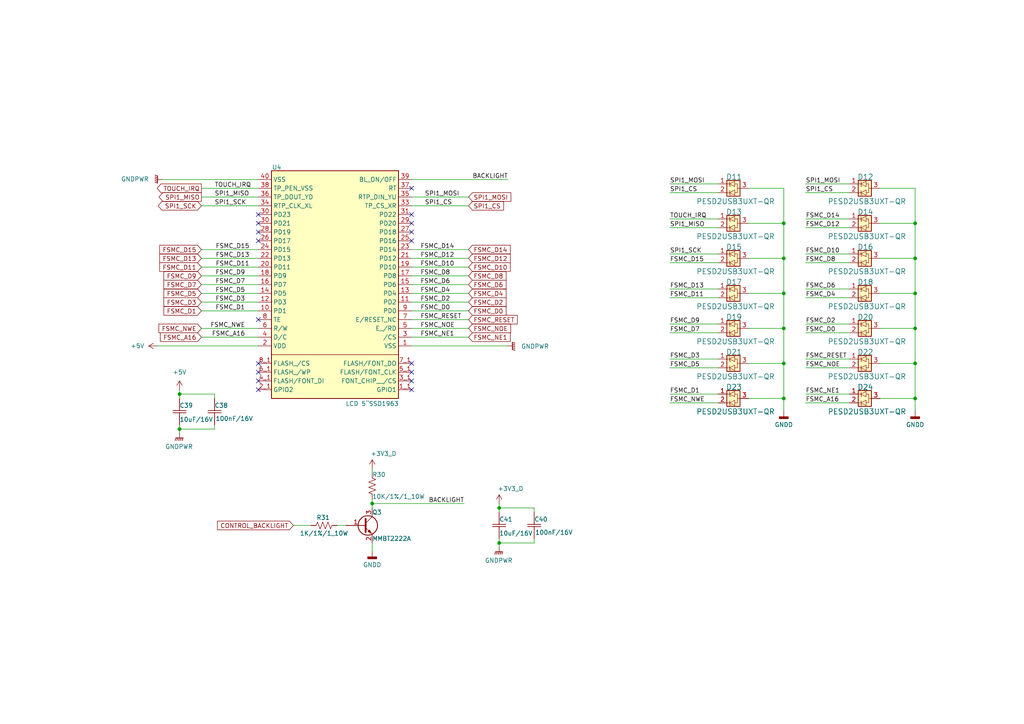
<source format=kicad_sch>
(kicad_sch (version 20231120) (generator "eeschema") (generator_version "8.0")
  (paper "A4")
  (title_block (title "DISPLAY INFORMATION") (date "2024-09-04"))
  (lib_symbols
    (symbol "Ceramic_Cap_SMD_100nF_16V_3" (pin_numbers hide) (pin_names hide)
      (property "Reference" "C" (at 1.016 2.794 0))
      (property "Value" "100nF/16V" (at 0.254 5.334 0))
      (symbol "Ceramic_Cap_SMD_100nF_16V_3_1_1"
        (polyline (pts (xy 1.27 0) (xy 2.2098 0)) (stroke (width 0.2032)))
        (polyline (pts (xy 2.2098 -1.905) (xy 2.2098 1.905)) (stroke (width 0.2032)))
        (polyline (pts (xy 2.8448 -1.905) (xy 2.8448 1.905)) (stroke (width 0.2032)))
        (polyline (pts (xy 2.8448 0) (xy 3.81 0)) (stroke (width 0.2032)))
        (pin unspecified line (at -1.27 0 0) (length 2.54) (name "") (number "1"))
        (pin unspecified line (at 6.35 0 180) (length 2.54) (name "") (number "2"))
      )
    )
    (symbol "Ceramic_Cap_SMD_10uF_16V_2" (pin_numbers hide) (pin_names hide)
      (property "Reference" "C" (at 2.286 2.794 0))
      (property "Value" "10uF/16V" (at 0.254 5.334 0))
      (symbol "Ceramic_Cap_SMD_10uF_16V_2_1_1"
        (polyline (pts (xy 2.54 0) (xy 3.4798 0)) (stroke (width 0.2032)))
        (polyline (pts (xy 3.4798 -1.905) (xy 3.4798 1.905)) (stroke (width 0.2032)))
        (polyline (pts (xy 4.1148 -1.905) (xy 4.1148 1.905)) (stroke (width 0.2032)))
        (polyline (pts (xy 4.1148 0) (xy 5.08 0)) (stroke (width 0.2032)))
        (pin unspecified line (at 0 0 0) (length 2.54) (name "") (number "1"))
        (pin unspecified line (at 7.62 0 180) (length 2.54) (name "") (number "2"))
      )
    )
    (symbol "Res_1K_0603_1%_1" (pin_numbers hide) (pin_names hide)
      (property "Reference" "R" (at 3.556 2.54 0))
      (property "Value" "1K/1%/1_10W" (at 4.064 -2.54 0))
      (symbol "Res_1K_0603_1%_1_0_1"
        (polyline (pts (xy 1.524 0) (xy 1.27 0)))
        (polyline (pts (xy 6.096 0) (xy 6.35 0)))
        (polyline (pts (xy 1.524 0) (xy 1.905 1.016) (xy 2.286 0) (xy 2.667 -1.016) (xy 3.048 0)))
        (polyline (pts (xy 3.048 0) (xy 3.429 1.016) (xy 3.81 0) (xy 4.191 -1.016) (xy 4.572 0)))
        (polyline (pts (xy 4.572 0) (xy 4.953 1.016) (xy 5.334 0) (xy 5.715 -1.016) (xy 6.096 0)))
      )
      (symbol "Res_1K_0603_1%_1_1_1"
        (pin passive line (at 0 0 0) (length 1.27) (name "~") (number "1"))
        (pin passive line (at 7.62 0 180) (length 1.27) (name "~") (number "2"))
      )
    )
    (symbol "charge_battery_sym_lib:LCD_5“SSD1963_TFT_Module"
      (property "Reference" "U" (at 1.27 67.31 0))
      (property "Value" "LCD 5“SSD1963" (at 29.21 -1.27 0))
      (symbol "LCD_5“SSD1963_TFT_Module_1_1"
        (polyline (pts (xy 0 12.7) (xy 36.83 12.7)))
        (rectangle (start 0 66.04) (end 36.83 0) (stroke (width 0.254)) (fill (type background)))
        (pin power_in line (at 40.64 15.24 180) (length 3.81) (name "VSS") (number "1"))
        (pin input line (at -3.81 25.4 0) (length 3.81) (name "PD1") (number "10"))
        (pin input line (at 40.64 27.94 180) (length 3.81) (name "PD2") (number "11"))
        (pin input line (at -3.81 27.94 0) (length 3.81) (name "PD3") (number "12"))
        (pin input line (at 40.64 30.48 180) (length 3.81) (name "PD4") (number "13"))
        (pin input line (at -3.81 30.48 0) (length 3.81) (name "PD5") (number "14"))
        (pin input line (at 40.64 33.02 180) (length 3.81) (name "PD6") (number "15"))
        (pin input line (at -3.81 33.02 0) (length 3.81) (name "PD7") (number "16"))
        (pin input line (at 40.64 35.56 180) (length 3.81) (name "PD8") (number "17"))
        (pin input line (at -3.81 35.56 0) (length 3.81) (name "PD9") (number "18"))
        (pin input line (at 40.64 38.1 180) (length 3.81) (name "PD10") (number "19"))
        (pin bidirectional line (at 40.64 2.54 180) (length 3.81) (name "GPIO1") (number "1_1"))
        (pin power_in line (at -3.81 15.24 0) (length 3.81) (name "VDD") (number "2"))
        (pin input line (at -3.81 38.1 0) (length 3.81) (name "PD11") (number "20"))
        (pin input line (at 40.64 40.64 180) (length 3.81) (name "PD12") (number "21"))
        (pin input line (at -3.81 40.64 0) (length 3.81) (name "PD13") (number "22"))
        (pin input line (at 40.64 43.18 180) (length 3.81) (name "PD14") (number "23"))
        (pin input line (at -3.81 43.18 0) (length 3.81) (name "PD15") (number "24"))
        (pin input line (at 40.64 45.72 180) (length 3.81) (name "PD16") (number "25"))
        (pin input line (at -3.81 45.72 0) (length 3.81) (name "PD17") (number "26"))
        (pin input line (at 40.64 48.26 180) (length 3.81) (name "PD18") (number "27"))
        (pin input line (at -3.81 48.26 0) (length 3.81) (name "PD19") (number "28"))
        (pin input line (at 40.64 50.8 180) (length 3.81) (name "PD20") (number "29"))
        (pin bidirectional line (at -3.81 2.54 0) (length 3.81) (name "GPIO2") (number "2_1"))
        (pin input line (at 40.64 17.78 180) (length 3.81) (name "/CS") (number "3"))
        (pin input line (at -3.81 50.8 0) (length 3.81) (name "PD21") (number "30"))
        (pin input line (at -3.81 53.34 0) (length 3.81) (name "PD23") (number "30"))
        (pin input line (at 40.64 53.34 180) (length 3.81) (name "PD22") (number "31"))
        (pin input line (at 40.64 55.88 180) (length 3.81) (name "TP_CS_XR") (number "33"))
        (pin input line (at -3.81 55.88 0) (length 3.81) (name "RTP_CLK_XL") (number "34"))
        (pin input line (at 40.64 58.42 180) (length 3.81) (name "RTP_DIN_YU") (number "35"))
        (pin input line (at -3.81 58.42 0) (length 3.81) (name "TP_DOUT_YD") (number "36"))
        (pin input line (at 40.64 60.96 180) (length 3.81) (name "RT") (number "37"))
        (pin input line (at -3.81 60.96 0) (length 3.81) (name "TP_PEN_VSS") (number "38"))
        (pin input line (at 40.64 63.5 180) (length 3.81) (name "BL_ON/OFF") (number "39"))
        (pin input line (at 40.64 5.08 180) (length 3.81) (name "FONT_CHIP__/CS") (number "3_1"))
        (pin input line (at -3.81 17.78 0) (length 3.81) (name "D/C") (number "4"))
        (pin power_in line (at -3.81 63.5 0) (length 3.81) (name "VSS") (number "40"))
        (pin input line (at -3.81 5.08 0) (length 3.81) (name "FLASH/FONT_DI") (number "4_1"))
        (pin input line (at 40.64 20.32 180) (length 3.81) (name "E_/RD") (number "5"))
        (pin bidirectional line (at 40.64 7.62 180) (length 3.81) (name "FLASH/FONT_CLK") (number "5_1"))
        (pin input line (at -3.81 20.32 0) (length 3.81) (name "R/W") (number "6"))
        (pin bidirectional line (at -3.81 7.62 0) (length 3.81) (name "FLASH_/WP") (number "6_1"))
        (pin input line (at 40.64 22.86 180) (length 3.81) (name "E/RESET_NC") (number "7"))
        (pin output line (at 40.64 10.16 180) (length 3.81) (name "FLASH/FONT_DO") (number "7_1"))
        (pin output line (at -3.81 22.86 0) (length 3.81) (name "TE") (number "8"))
        (pin input line (at -3.81 10.16 0) (length 3.81) (name "FLASH_/CS") (number "8_1"))
        (pin input line (at 40.64 25.4 180) (length 3.81) (name "PD0") (number "9"))
      )
    )
    (symbol "charge_battery_sym_lib:MMBT2222A" (pin_names (offset 0) hide)
      (property "Reference" "Q" (at 5.08 1.905 0))
      (property "Value" "MMBT2222A" (at 5.08 0 0))
      (symbol "MMBT2222A_0_1"
        (polyline (pts (xy 0.635 0.635) (xy 2.54 2.54)))
        (polyline (pts (xy 0.635 -0.635) (xy 2.54 -2.54) (xy 2.54 -2.54)))
        (polyline (pts (xy 0.635 1.905) (xy 0.635 -1.905) (xy 0.635 -1.905)) (stroke (width 0.508)))
        (polyline (pts (xy 1.27 -1.778) (xy 1.778 -1.27) (xy 2.286 -2.286) (xy 1.27 -1.778) (xy 1.27 -1.778)) (fill (type outline)))
        (circle (center 1.27 0) (radius 2.8194) (stroke (width 0.254)))
      )
      (symbol "MMBT2222A_1_1"
        (pin input line (at -5.08 0 0) (length 5.715) (name "B") (number "1"))
        (pin passive line (at 2.54 -5.08 90) (length 2.54) (name "E") (number "2"))
        (pin passive line (at 2.54 5.08 270) (length 2.54) (name "C") (number "3"))
      )
    )
    (symbol "charge_battery_sym_lib:PESD2USB3UXT-QR" (pin_names (offset 0.254))
      (property "Reference" "D" (at 1.524 6.096 0))
      (property "Value" "PESD2USB3UXT-QR" (at 3.048 -2.032 0))
      (symbol "PESD2USB3UXT-QR_0_1"
        (polyline (pts (xy 0 1.27) (xy 0.762 1.27)) (stroke (width 0.127)))
        (polyline (pts (xy 0.762 1.27) (xy 2.286 0.508)) (stroke (width 0.127)))
        (polyline (pts (xy 0.762 3.81) (xy 0 3.81)) (stroke (width 0.127)))
        (polyline (pts (xy 0.762 3.81) (xy 2.286 3.048)) (stroke (width 0.127)))
        (polyline (pts (xy 0.8255 0.635) (xy 0.8255 1.905)) (stroke (width 0.127)))
        (polyline (pts (xy 0.8255 0.635) (xy 1.143 0.635)) (stroke (width 0.127)))
        (polyline (pts (xy 0.8255 3.175) (xy 0.8255 4.445)) (stroke (width 0.127)))
        (polyline (pts (xy 0.8255 3.175) (xy 1.143 3.175)) (stroke (width 0.127)))
        (polyline (pts (xy 2.286 0.508) (xy 2.286 2.032)) (stroke (width 0.127)))
        (polyline (pts (xy 2.286 1.27) (xy 3.048 1.27)) (stroke (width 0.127)))
        (polyline (pts (xy 2.286 2.032) (xy 0.762 1.27)) (stroke (width 0.127)))
        (polyline (pts (xy 2.286 3.048) (xy 2.286 4.572)) (stroke (width 0.127)))
        (polyline (pts (xy 2.286 3.81) (xy 3.048 3.81)) (stroke (width 0.127)))
        (polyline (pts (xy 2.286 4.572) (xy 0.762 3.81)) (stroke (width 0.127)))
        (polyline (pts (xy 3.048 1.27) (xy 3.048 3.81)) (stroke (width 0.127)))
        (polyline (pts (xy 3.048 2.54) (xy 3.81 2.54)) (stroke (width 0.127)))
        (pin unspecified line (at -2.54 3.81 0) (length 2.54) (name "") (number "1"))
        (pin unspecified line (at -2.54 1.27 0) (length 2.54) (name "") (number "2"))
        (pin unspecified line (at 6.35 2.54 180) (length 2.54) (name "") (number "3"))
      )
      (symbol "PESD2USB3UXT-QR_1_1"
        (rectangle (start 0 4.826) (end 3.81 0.254) (stroke (width 0.254)) (fill (type background)))
      )
    )
    (symbol "charge_battery_sym_lib:Res_10K_0603_1%" (pin_numbers hide) (pin_names hide)
      (property "Reference" "R" (at 2.794 3.81 0))
      (property "Value" "10K/1%/1_10W" (at 4.064 -2.54 0))
      (symbol "Res_10K_0603_1%_0_1"
        (polyline (pts (xy 1.524 0) (xy 1.27 0)))
        (polyline (pts (xy 6.096 0) (xy 6.35 0)))
        (polyline (pts (xy 1.524 0) (xy 1.905 1.016) (xy 2.286 0) (xy 2.667 -1.016) (xy 3.048 0)))
        (polyline (pts (xy 3.048 0) (xy 3.429 1.016) (xy 3.81 0) (xy 4.191 -1.016) (xy 4.572 0)))
        (polyline (pts (xy 4.572 0) (xy 4.953 1.016) (xy 5.334 0) (xy 5.715 -1.016) (xy 6.096 0)))
      )
      (symbol "Res_10K_0603_1%_1_1"
        (pin passive line (at 0 0 0) (length 1.27) (name "~") (number "1"))
        (pin passive line (at 7.62 0 180) (length 1.27) (name "~") (number "2"))
      )
    )
    (symbol "power:+3V3" (power) (pin_numbers hide) (pin_names (offset 0) hide)
      (property "Value" "+3V3" (at 0 3.556 0))
      (symbol "+3V3_0_1"
        (polyline (pts (xy -0.762 1.27) (xy 0 2.54)))
        (polyline (pts (xy 0 0) (xy 0 2.54)))
        (polyline (pts (xy 0 2.54) (xy 0.762 1.27)))
      )
      (symbol "+3V3_1_1"
        (pin power_in line (at 0 0 90) (length 0) (name "~") (number "1"))
      )
    )
    (symbol "power:+5V" (power) (pin_numbers hide) (pin_names (offset 0) hide)
      (property "Value" "+5V" (at 0 3.556 0))
      (symbol "+5V_0_1"
        (polyline (pts (xy -0.762 1.27) (xy 0 2.54)))
        (polyline (pts (xy 0 0) (xy 0 2.54)))
        (polyline (pts (xy 0 2.54) (xy 0.762 1.27)))
      )
      (symbol "+5V_1_1"
        (pin power_in line (at 0 0 90) (length 0) (name "~") (number "1"))
      )
    )
    (symbol "power:GNDD" (power) (pin_numbers hide) (pin_names (offset 0) hide)
      (property "Value" "GNDD" (at 0 -3.175 0))
      (symbol "GNDD_0_1"
        (rectangle (start -1.27 -1.524) (end 1.27 -2.032) (stroke (width 0.254)) (fill (type outline)))
        (polyline (pts (xy 0 0) (xy 0 -1.524)))
      )
      (symbol "GNDD_1_1"
        (pin power_in line (at 0 0 270) (length 0) (name "~") (number "1"))
      )
    )
    (symbol "power:GNDPWR" (power) (pin_numbers hide) (pin_names (offset 0) hide)
      (property "Value" "GNDPWR" (at 0 -3.302 0))
      (symbol "GNDPWR_0_1"
        (polyline (pts (xy 0 -1.27) (xy 0 0)))
        (polyline (pts (xy -1.016 -1.27) (xy -1.27 -2.032) (xy -1.27 -2.032)) (stroke (width 0.2032)))
        (polyline (pts (xy -0.508 -1.27) (xy -0.762 -2.032) (xy -0.762 -2.032)) (stroke (width 0.2032)))
        (polyline (pts (xy 0 -1.27) (xy -0.254 -2.032) (xy -0.254 -2.032)) (stroke (width 0.2032)))
        (polyline (pts (xy 0.508 -1.27) (xy 0.254 -2.032) (xy 0.254 -2.032)) (stroke (width 0.2032)))
        (polyline (pts (xy 1.016 -1.27) (xy -1.016 -1.27) (xy -1.016 -1.27)) (stroke (width 0.2032)))
        (polyline (pts (xy 1.016 -1.27) (xy 0.762 -2.032) (xy 0.762 -2.032) (xy 0.762 -2.032)) (stroke (width 0.2032)))
      )
      (symbol "GNDPWR_1_1"
        (pin power_in line (at 0 0 270) (length 0) (name "~") (number "1"))
      )
    )
  )
  (junction (at 227.33 115.57))
  (junction (at 227.33 74.93))
  (junction (at 144.78 147.32))
  (junction (at 265.43 105.41))
  (junction (at 265.43 115.57))
  (junction (at 227.33 64.77))
  (junction (at 265.43 85.09))
  (junction (at 144.78 157.48))
  (junction (at 265.43 74.93))
  (junction (at 265.43 64.77))
  (junction (at 227.33 105.41))
  (junction (at 227.33 95.25))
  (junction (at 52.07 114.3))
  (junction (at 265.43 95.25))
  (junction (at 107.95 146.05))
  (junction (at 227.33 85.09))
  (junction (at 52.07 124.46))
  (no_connect (at 74.93 113.03))
  (no_connect (at 119.38 54.61))
  (no_connect (at 74.93 64.77))
  (no_connect (at 74.93 105.41))
  (no_connect (at 74.93 69.85))
  (no_connect (at 119.38 113.03))
  (no_connect (at 74.93 92.71))
  (no_connect (at 74.93 67.31))
  (no_connect (at 74.93 110.49))
  (no_connect (at 74.93 62.23))
  (no_connect (at 119.38 107.95))
  (no_connect (at 119.38 62.23))
  (no_connect (at 74.93 107.95))
  (no_connect (at 119.38 64.77))
  (no_connect (at 119.38 69.85))
  (no_connect (at 119.38 105.41))
  (no_connect (at 119.38 110.49))
  (no_connect (at 119.38 67.31))
  (wire (pts (xy 255.27 85.09) (xy 265.43 85.09)))
  (wire (pts (xy 107.95 135.89) (xy 107.95 137.16)))
  (wire (pts (xy 265.43 74.93) (xy 265.43 85.09)))
  (wire (pts (xy 119.38 97.79) (xy 135.89 97.79)))
  (wire (pts (xy 85.09 152.4) (xy 90.17 152.4)))
  (wire (pts (xy 154.94 157.48) (xy 154.94 156.21)))
  (wire (pts (xy 119.38 72.39) (xy 135.89 72.39)))
  (wire (pts (xy 52.07 123.19) (xy 52.07 124.46)))
  (wire (pts (xy 107.95 146.05) (xy 134.62 146.05)))
  (wire (pts (xy 233.68 63.5) (xy 246.38 63.5)))
  (wire (pts (xy 194.31 116.84) (xy 208.28 116.84)))
  (wire (pts (xy 62.23 124.46) (xy 62.23 123.19)))
  (wire (pts (xy 217.17 105.41) (xy 227.33 105.41)))
  (wire (pts (xy 217.17 95.25) (xy 227.33 95.25)))
  (wire (pts (xy 233.68 96.52) (xy 246.38 96.52)))
  (wire (pts (xy 233.68 104.14) (xy 246.38 104.14)))
  (wire (pts (xy 265.43 54.61) (xy 265.43 64.77)))
  (wire (pts (xy 58.42 59.69) (xy 74.93 59.69)))
  (wire (pts (xy 194.31 73.66) (xy 208.28 73.66)))
  (wire (pts (xy 45.72 100.33) (xy 74.93 100.33)))
  (wire (pts (xy 255.27 64.77) (xy 265.43 64.77)))
  (wire (pts (xy 233.68 86.36) (xy 246.38 86.36)))
  (wire (pts (xy 217.17 85.09) (xy 227.33 85.09)))
  (wire (pts (xy 119.38 82.55) (xy 135.89 82.55)))
  (wire (pts (xy 233.68 66.04) (xy 246.38 66.04)))
  (wire (pts (xy 194.31 63.5) (xy 208.28 63.5)))
  (wire (pts (xy 233.68 93.98) (xy 246.38 93.98)))
  (wire (pts (xy 255.27 95.25) (xy 265.43 95.25)))
  (wire (pts (xy 194.31 55.88) (xy 208.28 55.88)))
  (wire (pts (xy 255.27 74.93) (xy 265.43 74.93)))
  (wire (pts (xy 233.68 73.66) (xy 246.38 73.66)))
  (wire (pts (xy 58.42 87.63) (xy 74.93 87.63)))
  (wire (pts (xy 227.33 115.57) (xy 217.17 115.57)))
  (wire (pts (xy 119.38 85.09) (xy 135.89 85.09)))
  (wire (pts (xy 58.42 72.39) (xy 74.93 72.39)))
  (wire (pts (xy 233.68 76.2) (xy 246.38 76.2)))
  (wire (pts (xy 265.43 115.57) (xy 265.43 119.38)))
  (wire (pts (xy 144.78 156.21) (xy 144.78 157.48)))
  (wire (pts (xy 194.31 96.52) (xy 208.28 96.52)))
  (wire (pts (xy 107.95 144.78) (xy 107.95 146.05)))
  (wire (pts (xy 227.33 115.57) (xy 227.33 119.38)))
  (wire (pts (xy 255.27 54.61) (xy 265.43 54.61)))
  (wire (pts (xy 233.68 55.88) (xy 246.38 55.88)))
  (wire (pts (xy 217.17 64.77) (xy 227.33 64.77)))
  (wire (pts (xy 135.89 90.17) (xy 119.38 90.17)))
  (wire (pts (xy 144.78 147.32) (xy 154.94 147.32)))
  (wire (pts (xy 62.23 115.57) (xy 62.23 114.3)))
  (wire (pts (xy 119.38 77.47) (xy 135.89 77.47)))
  (wire (pts (xy 227.33 85.09) (xy 227.33 95.25)))
  (wire (pts (xy 107.95 146.05) (xy 107.95 147.32)))
  (wire (pts (xy 58.42 82.55) (xy 74.93 82.55)))
  (wire (pts (xy 255.27 105.41) (xy 265.43 105.41)))
  (wire (pts (xy 227.33 105.41) (xy 227.33 115.57)))
  (wire (pts (xy 233.68 106.68) (xy 246.38 106.68)))
  (wire (pts (xy 119.38 92.71) (xy 135.89 92.71)))
  (wire (pts (xy 233.68 116.84) (xy 246.38 116.84)))
  (wire (pts (xy 227.33 54.61) (xy 227.33 64.77)))
  (wire (pts (xy 119.38 74.93) (xy 135.89 74.93)))
  (wire (pts (xy 58.42 57.15) (xy 74.93 57.15)))
  (wire (pts (xy 144.78 157.48) (xy 144.78 158.75)))
  (wire (pts (xy 194.31 83.82) (xy 208.28 83.82)))
  (wire (pts (xy 194.31 76.2) (xy 208.28 76.2)))
  (wire (pts (xy 52.07 113.03) (xy 52.07 114.3)))
  (wire (pts (xy 144.78 147.32) (xy 144.78 148.59)))
  (wire (pts (xy 119.38 87.63) (xy 135.89 87.63)))
  (wire (pts (xy 265.43 105.41) (xy 265.43 115.57)))
  (wire (pts (xy 107.95 157.48) (xy 107.95 160.02)))
  (wire (pts (xy 194.31 106.68) (xy 208.28 106.68)))
  (wire (pts (xy 194.31 53.34) (xy 208.28 53.34)))
  (wire (pts (xy 227.33 95.25) (xy 227.33 105.41)))
  (wire (pts (xy 147.32 100.33) (xy 119.38 100.33)))
  (wire (pts (xy 52.07 114.3) (xy 52.07 115.57)))
  (wire (pts (xy 233.68 83.82) (xy 246.38 83.82)))
  (wire (pts (xy 227.33 74.93) (xy 227.33 85.09)))
  (wire (pts (xy 194.31 114.3) (xy 208.28 114.3)))
  (wire (pts (xy 154.94 148.59) (xy 154.94 147.32)))
  (wire (pts (xy 144.78 146.05) (xy 144.78 147.32)))
  (wire (pts (xy 217.17 54.61) (xy 227.33 54.61)))
  (wire (pts (xy 194.31 66.04) (xy 208.28 66.04)))
  (wire (pts (xy 58.42 97.79) (xy 74.93 97.79)))
  (wire (pts (xy 58.42 85.09) (xy 74.93 85.09)))
  (wire (pts (xy 147.32 52.07) (xy 119.38 52.07)))
  (wire (pts (xy 233.68 114.3) (xy 246.38 114.3)))
  (wire (pts (xy 58.42 77.47) (xy 74.93 77.47)))
  (wire (pts (xy 52.07 124.46) (xy 62.23 124.46)))
  (wire (pts (xy 227.33 64.77) (xy 227.33 74.93)))
  (wire (pts (xy 265.43 64.77) (xy 265.43 74.93)))
  (wire (pts (xy 119.38 59.69) (xy 135.89 59.69)))
  (wire (pts (xy 135.89 57.15) (xy 119.38 57.15)))
  (wire (pts (xy 52.07 114.3) (xy 62.23 114.3)))
  (wire (pts (xy 194.31 104.14) (xy 208.28 104.14)))
  (wire (pts (xy 52.07 124.46) (xy 52.07 125.73)))
  (wire (pts (xy 233.68 53.34) (xy 246.38 53.34)))
  (wire (pts (xy 119.38 95.25) (xy 135.89 95.25)))
  (wire (pts (xy 58.42 95.25) (xy 74.93 95.25)))
  (wire (pts (xy 58.42 74.93) (xy 74.93 74.93)))
  (wire (pts (xy 194.31 86.36) (xy 208.28 86.36)))
  (wire (pts (xy 58.42 54.61) (xy 74.93 54.61)))
  (wire (pts (xy 217.17 74.93) (xy 227.33 74.93)))
  (wire (pts (xy 194.31 93.98) (xy 208.28 93.98)))
  (wire (pts (xy 46.99 52.07) (xy 74.93 52.07)))
  (wire (pts (xy 144.78 157.48) (xy 154.94 157.48)))
  (wire (pts (xy 97.79 152.4) (xy 100.33 152.4)))
  (wire (pts (xy 58.42 90.17) (xy 74.93 90.17)))
  (wire (pts (xy 265.43 95.25) (xy 265.43 105.41)))
  (wire (pts (xy 135.89 80.01) (xy 119.38 80.01)))
  (wire (pts (xy 255.27 115.57) (xy 265.43 115.57)))
  (wire (pts (xy 58.42 80.01) (xy 74.93 80.01)))
  (wire (pts (xy 265.43 85.09) (xy 265.43 95.25)))
  (label "FSMC_D2" (at 121.92 87.63 0))
  (label "FSMC_D0" (at 121.92 90.17 0))
  (label "FSMC_D8" (at 121.92 80.01 0))
  (label "SPI1_SCK" (at 194.31 73.66 0))
  (label "FSMC_NOE" (at 233.68 106.68 0))
  (label "BACKLIGHT" (at 134.62 146.05 180))
  (label "FSMC_D10" (at 233.68 73.66 0))
  (label "FSMC_D7" (at 194.31 96.52 0))
  (label "FSMC_RESET" (at 121.92 92.71 0))
  (label "FSMC_D13" (at 72.39 74.93 180))
  (label "FSMC_D3" (at 71.12 87.63 180))
  (label "TOUCH_IRQ" (at 194.31 63.5 0))
  (label "FSMC_D8" (at 233.68 76.2 0))
  (label "FSMC_D12" (at 121.92 74.93 0))
  (label "FSMC_D15" (at 72.39 72.39 180))
  (label "SPI1_CS" (at 123.19 59.69 0))
  (label "FSMC_D0" (at 233.68 96.52 0))
  (label "FSMC_D1" (at 194.31 114.3 0))
  (label "FSMC_D6" (at 233.68 83.82 0))
  (label "FSMC_NOE" (at 121.92 95.25 0))
  (label "FSMC_D2" (at 233.68 93.98 0))
  (label "FSMC_D5" (at 194.31 106.68 0))
  (label "FSMC_D3" (at 194.31 104.14 0))
  (label "SPI1_MISO" (at 62.23 57.15 0))
  (label "FSMC_D11" (at 72.39 77.47 180))
  (label "TOUCH_IRQ" (at 62.23 54.61 0))
  (label "FSMC_D5" (at 71.12 85.09 180))
  (label "FSMC_RESET" (at 233.68 104.14 0))
  (label "FSMC_D10" (at 121.92 77.47 0))
  (label "SPI1_CS" (at 233.68 55.88 0))
  (label "FSMC_D9" (at 71.12 80.01 180))
  (label "FSMC_D6" (at 121.92 82.55 0))
  (label "FSMC_D15" (at 194.31 76.2 0))
  (label "FSMC_D4" (at 233.68 86.36 0))
  (label "FSMC_D4" (at 121.92 85.09 0))
  (label "FSMC_D1" (at 71.12 90.17 180))
  (label "SPI1_MISO" (at 194.31 66.04 0))
  (label "FSMC_D7" (at 71.12 82.55 180))
  (label "FSMC_A16" (at 233.68 116.84 0))
  (label "FSMC_A16" (at 71.12 97.79 180))
  (label "FSMC_NE1" (at 233.68 114.3 0))
  (label "FSMC_D14" (at 233.68 63.5 0))
  (label "SPI1_SCK" (at 62.23 59.69 0))
  (label "FSMC_NWE" (at 194.31 116.84 0))
  (label "SPI1_CS" (at 194.31 55.88 0))
  (label "FSMC_D11" (at 194.31 86.36 0))
  (label "FSMC_D12" (at 233.68 66.04 0))
  (label "FSMC_D14" (at 121.92 72.39 0))
  (label "SPI1_MOSI" (at 233.68 53.34 0))
  (label "SPI1_MOSI" (at 123.19 57.15 0))
  (label "FSMC_D13" (at 194.31 83.82 0))
  (label "BACKLIGHT" (at 147.32 52.07 180))
  (label "FSMC_NE1" (at 121.92 97.79 0))
  (label "FSMC_NWE" (at 71.12 95.25 180))
  (label "FSMC_D9" (at 194.31 93.98 0))
  (label "SPI1_MOSI" (at 194.31 53.34 0))
  (global_label "FSMC_D1" (shape input) (at 58.42 90.17 180) (property "Intersheetrefs" "${INTERSHEET_REFS}" (effects (hide yes))))
  (global_label "FSMC_D8" (shape input) (at 135.89 80.01 0) (property "Intersheetrefs" "${INTERSHEET_REFS}" (effects (hide yes))))
  (global_label "FSMC_D5" (shape input) (at 58.42 85.09 180) (property "Intersheetrefs" "${INTERSHEET_REFS}" (effects (hide yes))))
  (global_label "FSMC_D6" (shape input) (at 135.89 82.55 0) (property "Intersheetrefs" "${INTERSHEET_REFS}" (effects (hide yes))))
  (global_label "FSMC_A16" (shape input) (at 58.42 97.79 180) (property "Intersheetrefs" "${INTERSHEET_REFS}" (effects (hide yes))))
  (global_label "FSMC_D12" (shape input) (at 135.89 74.93 0) (property "Intersheetrefs" "${INTERSHEET_REFS}" (effects (hide yes))))
  (global_label "FSMC_D2" (shape input) (at 135.89 87.63 0) (property "Intersheetrefs" "${INTERSHEET_REFS}" (effects (hide yes))))
  (global_label "FSMC_NWE" (shape input) (at 58.42 95.25 180) (property "Intersheetrefs" "${INTERSHEET_REFS}" (effects (hide yes))))
  (global_label "SPI1_MOSI" (shape input) (at 135.89 57.15 0) (property "Intersheetrefs" "${INTERSHEET_REFS}" (effects (hide yes))))
  (global_label "FSMC_D10" (shape input) (at 135.89 77.47 0) (property "Intersheetrefs" "${INTERSHEET_REFS}" (effects (hide yes))))
  (global_label "TOUCH_IRQ" (shape output) (at 58.42 54.61 180) (property "Intersheetrefs" "${INTERSHEET_REFS}" (effects (hide yes))))
  (global_label "FSMC_D7" (shape input) (at 58.42 82.55 180) (property "Intersheetrefs" "${INTERSHEET_REFS}" (effects (hide yes))))
  (global_label "FSMC_D3" (shape input) (at 58.42 87.63 180) (property "Intersheetrefs" "${INTERSHEET_REFS}" (effects (hide yes))))
  (global_label "SPI1_SCK" (shape bidirectional) (at 58.42 59.69 180) (property "Intersheetrefs" "${INTERSHEET_REFS}" (effects (hide yes))))
  (global_label "SPI1_CS" (shape input) (at 135.89 59.69 0) (property "Intersheetrefs" "${INTERSHEET_REFS}" (effects (hide yes))))
  (global_label "FSMC_NE1" (shape input) (at 135.89 97.79 0) (property "Intersheetrefs" "${INTERSHEET_REFS}" (effects (hide yes))))
  (global_label "FSMC_NOE" (shape input) (at 135.89 95.25 0) (property "Intersheetrefs" "${INTERSHEET_REFS}" (effects (hide yes))))
  (global_label "FSMC_RESET" (shape input) (at 135.89 92.71 0) (property "Intersheetrefs" "${INTERSHEET_REFS}" (effects (hide yes))))
  (global_label "FSMC_D4" (shape input) (at 135.89 85.09 0) (property "Intersheetrefs" "${INTERSHEET_REFS}" (effects (hide yes))))
  (global_label "FSMC_D0" (shape input) (at 135.89 90.17 0) (property "Intersheetrefs" "${INTERSHEET_REFS}" (effects (hide yes))))
  (global_label "FSMC_D11" (shape input) (at 58.42 77.47 180) (property "Intersheetrefs" "${INTERSHEET_REFS}" (effects (hide yes))))
  (global_label "CONTROL_BACKLIGHT" (shape input) (at 85.09 152.4 180) (property "Intersheetrefs" "${INTERSHEET_REFS}" (effects (hide yes))))
  (global_label "FSMC_D9" (shape input) (at 58.42 80.01 180) (property "Intersheetrefs" "${INTERSHEET_REFS}" (effects (hide yes))))
  (global_label "FSMC_D13" (shape input) (at 58.42 74.93 180) (property "Intersheetrefs" "${INTERSHEET_REFS}" (effects (hide yes))))
  (global_label "FSMC_D15" (shape input) (at 58.42 72.39 180) (property "Intersheetrefs" "${INTERSHEET_REFS}" (effects (hide yes))))
  (global_label "FSMC_D14" (shape input) (at 135.89 72.39 0) (property "Intersheetrefs" "${INTERSHEET_REFS}" (effects (hide yes))))
  (global_label "SPI1_MISO" (shape output) (at 58.42 57.15 180) (property "Intersheetrefs" "${INTERSHEET_REFS}" (effects (hide yes))))
  (symbol (lib_id "power:GNDPWR") (at 147.32 100.33 90) (unit 1)
    (property "Reference" "#PWR062" (effects (hide yes)))
    (property "Value" "GNDPWR" (at 151.13 100.4569 90) (effects (justify right)))
    (property "Description" "Power symbol creates a global label with name \"GNDPWR\" , global ground" (effects (hide yes)))
  )
  (symbol (lib_id "charge_battery_sym_lib:MMBT2222A") (at 105.41 152.4 0) (unit 1)
    (property "Reference" "Q3" (at 107.95 148.59 0) (effects (justify left)))
    (property "Value" "MMBT2222A" (at 107.95 156.21 0) (effects (justify left)))
    (property "Footprint" "charge_battery_footprint_lib:SOT23" (effects (hide yes)))
    (property "Datasheet" "https://assets.nexperia.com/documents/data-sheet/MMBT2222A.pdf" (effects (hide yes)))
    (property "Description" "600mA Ic, 40V Vce, NPN Transistor, SOT-23" (effects (hide yes)))
    (property "Supply name" "Thegioiic" (effects (hide yes)))
    (property "Supply part number" "MMBT2222A 1P Transistor NPN 40V 0.6A 3 Chân SOT-23" (effects (hide yes)))
    (property "Supply URL" "https://www.thegioiic.com/mmbt2222a-1p-transistor-npn-40v-0-6a-3-chan-sot-23" (effects (hide yes)))
  )
  (symbol (lib_id "power:GNDD") (at 107.95 160.02 0) (unit 1)
    (property "Reference" "#PWR070" (effects (hide yes)))
    (property "Value" "GNDD" (at 107.95 163.83 0))
    (property "Description" "Power symbol creates a global label with name \"GNDD\" , digital ground" (effects (hide yes)))
  )
  (symbol (lib_id "charge_battery_sym_lib:PESD2USB3UXT-QR") (at 210.82 57.15 0) (unit 1)
    (property "Reference" "D11" (at 210.566 51.308 0) (effects (font (size 1.524 1.524)) (justify left)))
    (property "Value" "PESD2USB3UXT-QR" (at 201.93 58.42 0) (effects (font (size 1.524 1.524)) (justify left)))
    (property "Footprint" "charge_battery_footprint_lib:SOT23" (effects (hide yes)))
    (property "Datasheet" "https://www.mouser.vn/datasheet/2/916/PESD2USB3UXT_Q-3435971.pdf" (effects (hide yes)))
    (property "Description" "ESD Protection Diodes / TVS Diodes SOT23 3.3V 4A AUTO ESD PROT" (effects (hide yes)))
    (property "Supply name" "Mouser" (effects (hide yes)))
    (property "Supply part number" "771-PESD2USB3UXT-QR" (effects (hide yes)))
    (property "Supply URL" "https://www.mouser.vn/ProductDetail/Nexperia/PESD2USB3UXT-QR?qs=3Rah4i%252BhyCErbBl4ep9%252BDw%3D%3D" (effects (hide yes)))
  )
  (symbol (lib_id "charge_battery_sym_lib:PESD2USB3UXT-QR") (at 210.82 118.11 0) (unit 1)
    (property "Reference" "D23" (at 210.566 112.268 0) (effects (font (size 1.524 1.524)) (justify left)))
    (property "Value" "PESD2USB3UXT-QR" (at 201.93 119.38 0) (effects (font (size 1.524 1.524)) (justify left)))
    (property "Footprint" "charge_battery_footprint_lib:SOT23" (effects (hide yes)))
    (property "Datasheet" "https://www.mouser.vn/datasheet/2/916/PESD2USB3UXT_Q-3435971.pdf" (effects (hide yes)))
    (property "Description" "ESD Protection Diodes / TVS Diodes SOT23 3.3V 4A AUTO ESD PROT" (effects (hide yes)))
    (property "Supply name" "Mouser" (effects (hide yes)))
    (property "Supply part number" "771-PESD2USB3UXT-QR" (effects (hide yes)))
    (property "Supply URL" "https://www.mouser.vn/ProductDetail/Nexperia/PESD2USB3UXT-QR?qs=3Rah4i%252BhyCErbBl4ep9%252BDw%3D%3D" (effects (hide yes)))
  )
  (symbol (lib_id "power:+5V") (at 52.07 113.03 0) (mirror y) (unit 1)
    (property "Reference" "#PWR063" (effects (hide yes)))
    (property "Value" "+5V" (at 52.07 107.95 0))
    (property "Description" "Power symbol creates a global label with name \"+5V\"" (effects (hide yes)))
  )
  (symbol (lib_id "charge_battery_sym_lib:PESD2USB3UXT-QR") (at 210.82 97.79 0) (unit 1)
    (property "Reference" "D19" (at 210.566 91.948 0) (effects (font (size 1.524 1.524)) (justify left)))
    (property "Value" "PESD2USB3UXT-QR" (at 201.93 99.06 0) (effects (font (size 1.524 1.524)) (justify left)))
    (property "Footprint" "charge_battery_footprint_lib:SOT23" (effects (hide yes)))
    (property "Datasheet" "https://www.mouser.vn/datasheet/2/916/PESD2USB3UXT_Q-3435971.pdf" (effects (hide yes)))
    (property "Description" "ESD Protection Diodes / TVS Diodes SOT23 3.3V 4A AUTO ESD PROT" (effects (hide yes)))
    (property "Supply name" "Mouser" (effects (hide yes)))
    (property "Supply part number" "771-PESD2USB3UXT-QR" (effects (hide yes)))
    (property "Supply URL" "https://www.mouser.vn/ProductDetail/Nexperia/PESD2USB3UXT-QR?qs=3Rah4i%252BhyCErbBl4ep9%252BDw%3D%3D" (effects (hide yes)))
  )
  (symbol (lib_id "charge_battery_sym_lib:PESD2USB3UXT-QR") (at 210.82 67.31 0) (unit 1)
    (property "Reference" "D13" (at 210.566 61.468 0) (effects (font (size 1.524 1.524)) (justify left)))
    (property "Value" "PESD2USB3UXT-QR" (at 201.93 68.58 0) (effects (font (size 1.524 1.524)) (justify left)))
    (property "Footprint" "charge_battery_footprint_lib:SOT23" (effects (hide yes)))
    (property "Datasheet" "https://www.mouser.vn/datasheet/2/916/PESD2USB3UXT_Q-3435971.pdf" (effects (hide yes)))
    (property "Description" "ESD Protection Diodes / TVS Diodes SOT23 3.3V 4A AUTO ESD PROT" (effects (hide yes)))
    (property "Supply name" "Mouser" (effects (hide yes)))
    (property "Supply part number" "771-PESD2USB3UXT-QR" (effects (hide yes)))
    (property "Supply URL" "https://www.mouser.vn/ProductDetail/Nexperia/PESD2USB3UXT-QR?qs=3Rah4i%252BhyCErbBl4ep9%252BDw%3D%3D" (effects (hide yes)))
  )
  (symbol (lib_id "charge_battery_sym_lib:PESD2USB3UXT-QR") (at 248.92 118.11 0) (unit 1)
    (property "Reference" "D24" (at 248.666 112.268 0) (effects (font (size 1.524 1.524)) (justify left)))
    (property "Value" "PESD2USB3UXT-QR" (at 240.03 119.38 0) (effects (font (size 1.524 1.524)) (justify left)))
    (property "Footprint" "charge_battery_footprint_lib:SOT23" (effects (hide yes)))
    (property "Datasheet" "https://www.mouser.vn/datasheet/2/916/PESD2USB3UXT_Q-3435971.pdf" (effects (hide yes)))
    (property "Description" "ESD Protection Diodes / TVS Diodes SOT23 3.3V 4A AUTO ESD PROT" (effects (hide yes)))
    (property "Supply name" "Mouser" (effects (hide yes)))
    (property "Supply part number" "771-PESD2USB3UXT-QR" (effects (hide yes)))
    (property "Supply URL" "https://www.mouser.vn/ProductDetail/Nexperia/PESD2USB3UXT-QR?qs=3Rah4i%252BhyCErbBl4ep9%252BDw%3D%3D" (effects (hide yes)))
  )
  (symbol (lib_id "power:+3V3") (at 107.95 135.89 0) (unit 1)
    (property "Reference" "#PWR067" (effects (hide yes)))
    (property "Value" "+3V3_D" (at 111.252 131.572 0))
    (property "Description" "Power symbol creates a global label with name \"+3V3\"" (effects (hide yes)))
  )
  (symbol (lib_id "power:GNDPWR") (at 52.07 125.73 0) (unit 1)
    (property "Reference" "#PWR066" (effects (hide yes)))
    (property "Value" "GNDPWR" (at 51.943 129.54 0))
    (property "Description" "Power symbol creates a global label with name \"GNDPWR\" , global ground" (effects (hide yes)))
  )
  (symbol (lib_id "charge_battery_sym_lib:PESD2USB3UXT-QR") (at 210.82 77.47 0) (unit 1)
    (property "Reference" "D15" (at 210.566 71.628 0) (effects (font (size 1.524 1.524)) (justify left)))
    (property "Value" "PESD2USB3UXT-QR" (at 201.93 78.74 0) (effects (font (size 1.524 1.524)) (justify left)))
    (property "Footprint" "charge_battery_footprint_lib:SOT23" (effects (hide yes)))
    (property "Datasheet" "https://www.mouser.vn/datasheet/2/916/PESD2USB3UXT_Q-3435971.pdf" (effects (hide yes)))
    (property "Description" "ESD Protection Diodes / TVS Diodes SOT23 3.3V 4A AUTO ESD PROT" (effects (hide yes)))
    (property "Supply name" "Mouser" (effects (hide yes)))
    (property "Supply part number" "771-PESD2USB3UXT-QR" (effects (hide yes)))
    (property "Supply URL" "https://www.mouser.vn/ProductDetail/Nexperia/PESD2USB3UXT-QR?qs=3Rah4i%252BhyCErbBl4ep9%252BDw%3D%3D" (effects (hide yes)))
  )
  (symbol (lib_id "power:+5V") (at 45.72 100.33 90) (mirror x) (unit 1)
    (property "Reference" "#PWR061" (effects (hide yes)))
    (property "Value" "+5V" (at 41.91 100.3299 90) (effects (justify left)))
    (property "Description" "Power symbol creates a global label with name \"+5V\"" (effects (hide yes)))
  )
  (symbol (lib_id "charge_battery_sym_lib:PESD2USB3UXT-QR") (at 248.92 97.79 0) (unit 1)
    (property "Reference" "D20" (at 248.666 91.948 0) (effects (font (size 1.524 1.524)) (justify left)))
    (property "Value" "PESD2USB3UXT-QR" (at 240.03 99.06 0) (effects (font (size 1.524 1.524)) (justify left)))
    (property "Footprint" "charge_battery_footprint_lib:SOT23" (effects (hide yes)))
    (property "Datasheet" "https://www.mouser.vn/datasheet/2/916/PESD2USB3UXT_Q-3435971.pdf" (effects (hide yes)))
    (property "Description" "ESD Protection Diodes / TVS Diodes SOT23 3.3V 4A AUTO ESD PROT" (effects (hide yes)))
    (property "Supply name" "Mouser" (effects (hide yes)))
    (property "Supply part number" "771-PESD2USB3UXT-QR" (effects (hide yes)))
    (property "Supply URL" "https://www.mouser.vn/ProductDetail/Nexperia/PESD2USB3UXT-QR?qs=3Rah4i%252BhyCErbBl4ep9%252BDw%3D%3D" (effects (hide yes)))
  )
  (symbol (lib_id "power:+3V3") (at 144.78 146.05 0) (unit 1)
    (property "Reference" "#PWR068" (effects (hide yes)))
    (property "Value" "+3V3_D" (at 148.082 141.732 0))
    (property "Description" "Power symbol creates a global label with name \"+3V3\"" (effects (hide yes)))
  )
  (symbol (lib_id "charge_battery_sym_lib:PESD2USB3UXT-QR") (at 248.92 67.31 0) (unit 1)
    (property "Reference" "D14" (at 248.666 61.468 0) (effects (font (size 1.524 1.524)) (justify left)))
    (property "Value" "PESD2USB3UXT-QR" (at 240.03 68.58 0) (effects (font (size 1.524 1.524)) (justify left)))
    (property "Footprint" "charge_battery_footprint_lib:SOT23" (effects (hide yes)))
    (property "Datasheet" "https://www.mouser.vn/datasheet/2/916/PESD2USB3UXT_Q-3435971.pdf" (effects (hide yes)))
    (property "Description" "ESD Protection Diodes / TVS Diodes SOT23 3.3V 4A AUTO ESD PROT" (effects (hide yes)))
    (property "Supply name" "Mouser" (effects (hide yes)))
    (property "Supply part number" "771-PESD2USB3UXT-QR" (effects (hide yes)))
    (property "Supply URL" "https://www.mouser.vn/ProductDetail/Nexperia/PESD2USB3UXT-QR?qs=3Rah4i%252BhyCErbBl4ep9%252BDw%3D%3D" (effects (hide yes)))
  )
  (symbol (lib_id "charge_battery_sym_lib:PESD2USB3UXT-QR") (at 248.92 107.95 0) (unit 1)
    (property "Reference" "D22" (at 248.666 102.108 0) (effects (font (size 1.524 1.524)) (justify left)))
    (property "Value" "PESD2USB3UXT-QR" (at 240.03 109.22 0) (effects (font (size 1.524 1.524)) (justify left)))
    (property "Footprint" "charge_battery_footprint_lib:SOT23" (effects (hide yes)))
    (property "Datasheet" "https://www.mouser.vn/datasheet/2/916/PESD2USB3UXT_Q-3435971.pdf" (effects (hide yes)))
    (property "Description" "ESD Protection Diodes / TVS Diodes SOT23 3.3V 4A AUTO ESD PROT" (effects (hide yes)))
    (property "Supply name" "Mouser" (effects (hide yes)))
    (property "Supply part number" "771-PESD2USB3UXT-QR" (effects (hide yes)))
    (property "Supply URL" "https://www.mouser.vn/ProductDetail/Nexperia/PESD2USB3UXT-QR?qs=3Rah4i%252BhyCErbBl4ep9%252BDw%3D%3D" (effects (hide yes)))
  )
  (symbol (lib_id "power:GNDD") (at 265.43 119.38 0) (unit 1)
    (property "Reference" "#PWR065" (effects (hide yes)))
    (property "Value" "GNDD" (at 265.43 123.19 0))
    (property "Description" "Power symbol creates a global label with name \"GNDD\" , digital ground" (effects (hide yes)))
  )
  (symbol (lib_id "charge_battery_sym_lib:PESD2USB3UXT-QR") (at 248.92 87.63 0) (unit 1)
    (property "Reference" "D18" (at 248.666 81.788 0) (effects (font (size 1.524 1.524)) (justify left)))
    (property "Value" "PESD2USB3UXT-QR" (at 240.03 88.9 0) (effects (font (size 1.524 1.524)) (justify left)))
    (property "Footprint" "charge_battery_footprint_lib:SOT23" (effects (hide yes)))
    (property "Datasheet" "https://www.mouser.vn/datasheet/2/916/PESD2USB3UXT_Q-3435971.pdf" (effects (hide yes)))
    (property "Description" "ESD Protection Diodes / TVS Diodes SOT23 3.3V 4A AUTO ESD PROT" (effects (hide yes)))
    (property "Supply name" "Mouser" (effects (hide yes)))
    (property "Supply part number" "771-PESD2USB3UXT-QR" (effects (hide yes)))
    (property "Supply URL" "https://www.mouser.vn/ProductDetail/Nexperia/PESD2USB3UXT-QR?qs=3Rah4i%252BhyCErbBl4ep9%252BDw%3D%3D" (effects (hide yes)))
  )
  (symbol (lib_id "charge_battery_sym_lib:PESD2USB3UXT-QR") (at 248.92 57.15 0) (unit 1)
    (property "Reference" "D12" (at 248.666 51.308 0) (effects (font (size 1.524 1.524)) (justify left)))
    (property "Value" "PESD2USB3UXT-QR" (at 240.03 58.42 0) (effects (font (size 1.524 1.524)) (justify left)))
    (property "Footprint" "charge_battery_footprint_lib:SOT23" (effects (hide yes)))
    (property "Datasheet" "https://www.mouser.vn/datasheet/2/916/PESD2USB3UXT_Q-3435971.pdf" (effects (hide yes)))
    (property "Description" "ESD Protection Diodes / TVS Diodes SOT23 3.3V 4A AUTO ESD PROT" (effects (hide yes)))
    (property "Supply name" "Mouser" (effects (hide yes)))
    (property "Supply part number" "771-PESD2USB3UXT-QR" (effects (hide yes)))
    (property "Supply URL" "https://www.mouser.vn/ProductDetail/Nexperia/PESD2USB3UXT-QR?qs=3Rah4i%252BhyCErbBl4ep9%252BDw%3D%3D" (effects (hide yes)))
  )
  (symbol (lib_name "Ceramic_Cap_SMD_100nF_16V_3") (lib_id "charge_battery_sym_lib:Ceramic_Cap_SMD_100nF_16V") (at 154.94 154.94 90) (unit 1)
    (property "Reference" "C40" (at 154.94 150.622 90) (effects (justify right)))
    (property "Value" "100nF/16V" (at 155.194 154.432 90) (effects (justify right)))
    (property "Footprint" "charge_battery_footprint_lib:Ceramic_Cap_0603" (effects (hide yes)))
    (property "Datasheet" "https://www.mouser.vn/datasheet/2/40/KYOCERA_AutoMLCCKAM-3106308.pdf" (effects (hide yes)))
    (property "Description" "10%, 0603 (1608 Metric)" (effects (hide yes)))
    (property "Supply name" "Thegioiic" (effects (hide yes)))
    (property "Supply part number" "Tụ Gốm 0603 100nF (0.1uF) 16V" (effects (hide yes)))
    (property "Supply URL" "https://www.thegioiic.com/tu-gom-0603-100nf-0-1uf-16v" (effects (hide yes)))
  )
  (symbol (lib_id "power:GNDPWR") (at 144.78 158.75 0) (unit 1)
    (property "Reference" "#PWR069" (effects (hide yes)))
    (property "Value" "GNDPWR" (at 144.653 162.56 0))
    (property "Description" "Power symbol creates a global label with name \"GNDPWR\" , global ground" (effects (hide yes)))
  )
  (symbol (lib_name "Ceramic_Cap_SMD_10uF_16V_2") (lib_id "charge_battery_sym_lib:Ceramic_Cap_SMD_10uF_16V") (at 144.78 156.21 90) (unit 1)
    (property "Reference" "C41" (at 144.78 150.622 90) (effects (justify right)))
    (property "Value" "10uF/16V" (at 144.78 154.686 90) (effects (justify right)))
    (property "Footprint" "charge_battery_footprint_lib:Ceramic_Cap_0603" (effects (hide yes)))
    (property "Datasheet" "https://www.mouser.vn/datasheet/2/40/KYOCERA_AutoMLCCKAM-3106308.pdf" (effects (hide yes)))
    (property "Description" "10%, 0603 (1608 Metric)" (effects (hide yes)))
    (property "Supply name" "Thegioiic" (effects (hide yes)))
    (property "Supply part number" "Tụ Gốm 0603 10uF 16V" (effects (hide yes)))
    (property "Supply URL" "https://www.thegioiic.com/tu-gom-0603-10uf-16v" (effects (hide yes)))
  )
  (symbol (lib_id "power:GNDPWR") (at 46.99 52.07 270) (unit 1)
    (property "Reference" "#PWR060" (effects (hide yes)))
    (property "Value" "GNDPWR" (at 43.18 51.9429 90) (effects (justify right)))
    (property "Description" "Power symbol creates a global label with name \"GNDPWR\" , global ground" (effects (hide yes)))
  )
  (symbol (lib_id "power:GNDD") (at 227.33 119.38 0) (unit 1)
    (property "Reference" "#PWR064" (effects (hide yes)))
    (property "Value" "GNDD" (at 227.33 123.19 0))
    (property "Description" "Power symbol creates a global label with name \"GNDD\" , digital ground" (effects (hide yes)))
  )
  (symbol (lib_name "Res_1K_0603_1%_1") (lib_id "charge_battery_sym_lib:Res_1K_0603_1%") (at 90.17 152.4 0) (unit 1)
    (property "Reference" "R31" (at 93.726 150.114 0))
    (property "Value" "1K/1%/1_10W" (at 93.98 154.686 0))
    (property "Footprint" "charge_battery_footprint_lib:Res_0603" (effects (hide yes)))
    (property "Datasheet" "https://fscdn.rohm.com/en/products/databook/datasheet/passive/resistor/chip_resistor/esr-e.pdf" (effects (hide yes)))
    (property "Description" "Res 1 KOhm 0603 1%" (effects (hide yes)))
    (property "Supply name" "Thegioiic" (effects (hide yes)))
    (property "Supply part number" "Điện Trở 1 KOhm 0603 1%" (effects (hide yes)))
    (property "Supply URL" "https://www.thegioiic.com/dien-tro-10-kohm-0603-1-" (effects (hide yes)))
  )
  (symbol (lib_id "charge_battery_sym_lib:Res_10K_0603_1%") (at 107.95 144.78 90) (unit 1)
    (property "Reference" "R30" (at 107.95 137.668 90) (effects (justify right)))
    (property "Value" "10K/1%/1_10W" (at 107.95 144.018 90) (effects (justify right)))
    (property "Footprint" "charge_battery_footprint_lib:Res_0603" (effects (hide yes)))
    (property "Datasheet" "https://fscdn.rohm.com/en/products/databook/datasheet/passive/resistor/chip_resistor/esr-e.pdf" (effects (hide yes)))
    (property "Description" "Res 10 KOhm 0603 1%" (effects (hide yes)))
    (property "Supply name" "Thegioiic" (effects (hide yes)))
    (property "Supply part number" "Điện Trở 10 KOhm 0603 1%" (effects (hide yes)))
    (property "Supply URL" "https://www.thegioiic.com/dien-tro-10-kohm-0603-1-" (effects (hide yes)))
  )
  (symbol (lib_id "charge_battery_sym_lib:LCD_5“SSD1963_TFT_Module") (at 78.74 115.57 0) (unit 1)
    (property "Reference" "U4" (at 80.264 48.514 0))
    (property "Value" "LCD 5“SSD1963" (at 107.95 117.094 0))
    (property "Footprint" "charge_battery_footprint_lib:LCD 5“SSD1963 TFT Module" (effects (hide yes)))
  )
  (symbol (lib_name "Ceramic_Cap_SMD_100nF_16V_3") (lib_id "charge_battery_sym_lib:Ceramic_Cap_SMD_100nF_16V") (at 62.23 121.92 90) (unit 1)
    (property "Reference" "C38" (at 62.23 117.602 90) (effects (justify right)))
    (property "Value" "100nF/16V" (at 62.484 121.412 90) (effects (justify right)))
    (property "Footprint" "charge_battery_footprint_lib:Ceramic_Cap_0603" (effects (hide yes)))
    (property "Datasheet" "https://www.mouser.vn/datasheet/2/40/KYOCERA_AutoMLCCKAM-3106308.pdf" (effects (hide yes)))
    (property "Description" "10%, 0603 (1608 Metric)" (effects (hide yes)))
    (property "Supply name" "Thegioiic" (effects (hide yes)))
    (property "Supply part number" "Tụ Gốm 0603 100nF (0.1uF) 16V" (effects (hide yes)))
    (property "Supply URL" "https://www.thegioiic.com/tu-gom-0603-100nf-0-1uf-16v" (effects (hide yes)))
  )
  (symbol (lib_name "Ceramic_Cap_SMD_10uF_16V_2") (lib_id "charge_battery_sym_lib:Ceramic_Cap_SMD_10uF_16V") (at 52.07 123.19 90) (unit 1)
    (property "Reference" "C39" (at 52.07 117.602 90) (effects (justify right)))
    (property "Value" "10uF/16V" (at 52.07 121.666 90) (effects (justify right)))
    (property "Footprint" "charge_battery_footprint_lib:Ceramic_Cap_0603" (effects (hide yes)))
    (property "Datasheet" "https://www.mouser.vn/datasheet/2/40/KYOCERA_AutoMLCCKAM-3106308.pdf" (effects (hide yes)))
    (property "Description" "10%, 0603 (1608 Metric)" (effects (hide yes)))
    (property "Supply name" "Thegioiic" (effects (hide yes)))
    (property "Supply part number" "Tụ Gốm 0603 10uF 16V" (effects (hide yes)))
    (property "Supply URL" "https://www.thegioiic.com/tu-gom-0603-10uf-16v" (effects (hide yes)))
  )
  (symbol (lib_id "charge_battery_sym_lib:PESD2USB3UXT-QR") (at 210.82 107.95 0) (unit 1)
    (property "Reference" "D21" (at 210.566 102.108 0) (effects (font (size 1.524 1.524)) (justify left)))
    (property "Value" "PESD2USB3UXT-QR" (at 201.93 109.22 0) (effects (font (size 1.524 1.524)) (justify left)))
    (property "Footprint" "charge_battery_footprint_lib:SOT23" (effects (hide yes)))
    (property "Datasheet" "https://www.mouser.vn/datasheet/2/916/PESD2USB3UXT_Q-3435971.pdf" (effects (hide yes)))
    (property "Description" "ESD Protection Diodes / TVS Diodes SOT23 3.3V 4A AUTO ESD PROT" (effects (hide yes)))
    (property "Supply name" "Mouser" (effects (hide yes)))
    (property "Supply part number" "771-PESD2USB3UXT-QR" (effects (hide yes)))
    (property "Supply URL" "https://www.mouser.vn/ProductDetail/Nexperia/PESD2USB3UXT-QR?qs=3Rah4i%252BhyCErbBl4ep9%252BDw%3D%3D" (effects (hide yes)))
  )
  (symbol (lib_id "charge_battery_sym_lib:PESD2USB3UXT-QR") (at 248.92 77.47 0) (unit 1)
    (property "Reference" "D16" (at 248.666 71.628 0) (effects (font (size 1.524 1.524)) (justify left)))
    (property "Value" "PESD2USB3UXT-QR" (at 240.03 78.74 0) (effects (font (size 1.524 1.524)) (justify left)))
    (property "Footprint" "charge_battery_footprint_lib:SOT23" (effects (hide yes)))
    (property "Datasheet" "https://www.mouser.vn/datasheet/2/916/PESD2USB3UXT_Q-3435971.pdf" (effects (hide yes)))
    (property "Description" "ESD Protection Diodes / TVS Diodes SOT23 3.3V 4A AUTO ESD PROT" (effects (hide yes)))
    (property "Supply name" "Mouser" (effects (hide yes)))
    (property "Supply part number" "771-PESD2USB3UXT-QR" (effects (hide yes)))
    (property "Supply URL" "https://www.mouser.vn/ProductDetail/Nexperia/PESD2USB3UXT-QR?qs=3Rah4i%252BhyCErbBl4ep9%252BDw%3D%3D" (effects (hide yes)))
  )
  (symbol (lib_id "charge_battery_sym_lib:PESD2USB3UXT-QR") (at 210.82 87.63 0) (unit 1)
    (property "Reference" "D17" (at 210.566 81.788 0) (effects (font (size 1.524 1.524)) (justify left)))
    (property "Value" "PESD2USB3UXT-QR" (at 201.93 88.9 0) (effects (font (size 1.524 1.524)) (justify left)))
    (property "Footprint" "charge_battery_footprint_lib:SOT23" (effects (hide yes)))
    (property "Datasheet" "https://www.mouser.vn/datasheet/2/916/PESD2USB3UXT_Q-3435971.pdf" (effects (hide yes)))
    (property "Description" "ESD Protection Diodes / TVS Diodes SOT23 3.3V 4A AUTO ESD PROT" (effects (hide yes)))
    (property "Supply name" "Mouser" (effects (hide yes)))
    (property "Supply part number" "771-PESD2USB3UXT-QR" (effects (hide yes)))
    (property "Supply URL" "https://www.mouser.vn/ProductDetail/Nexperia/PESD2USB3UXT-QR?qs=3Rah4i%252BhyCErbBl4ep9%252BDw%3D%3D" (effects (hide yes)))
  )
)
</source>
